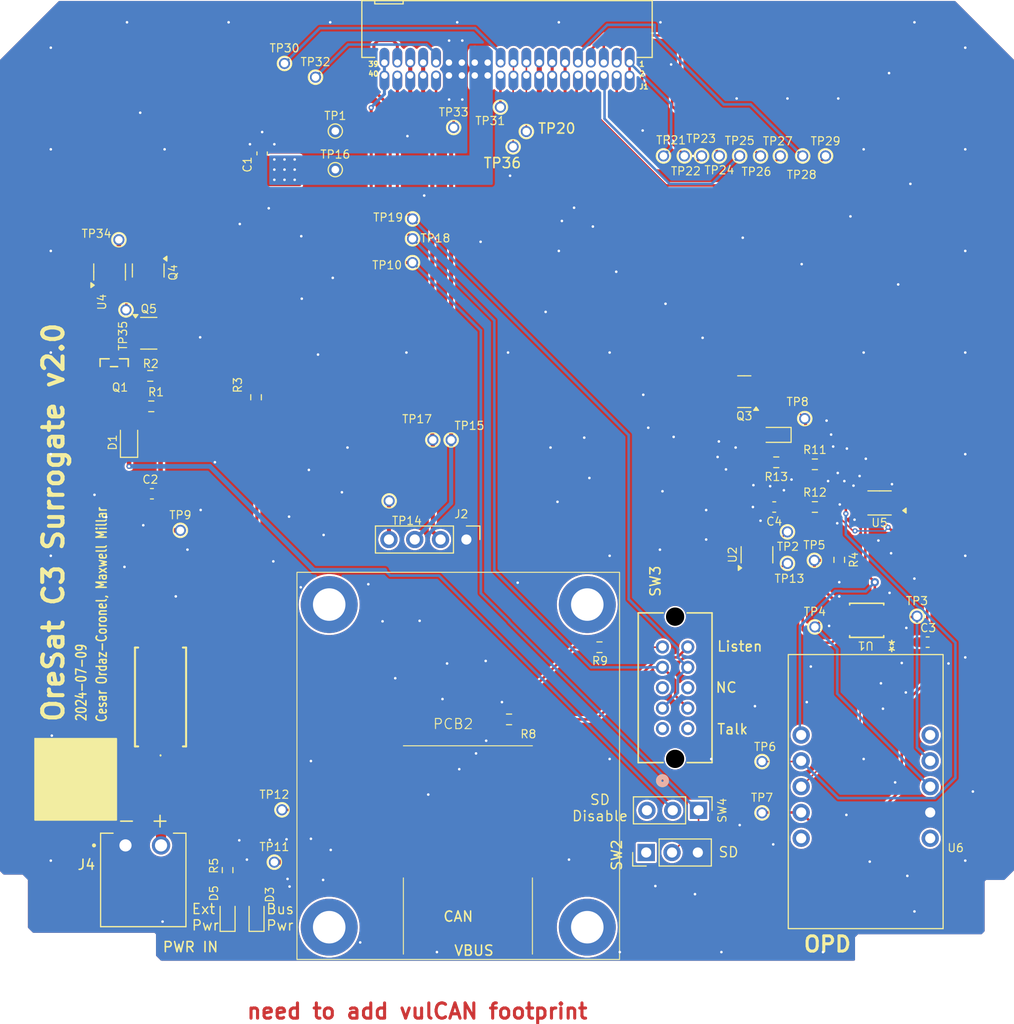
<source format=kicad_pcb>
(kicad_pcb (version 20240108) (generator "pcbnew") (generator_version "8.0")
  (title_block (title "Oresat C3 Surrogate") (date "2024-07-09") (rev "2.0"))
  (layers (0 "F.Cu" signal) (31 "B.Cu" signal) (34 "B.Paste" user) (35 "F.Paste" user) (36 "B.SilkS" user "B.Silkscreen") (37 "F.SilkS" user "F.Silkscreen") (38 "B.Mask" user) (39 "F.Mask" user) (44 "Edge.Cuts" user))
  (net 0 "")
  (net 1 "VBUS")
  (net 2 "GND")
  (net 3 "~{SD}")
  (net 4 "Net-(Q5-S)")
  (net 5 "Net-(U1-IN)")
  (net 6 "Net-(Q3-D)")
  (net 7 "/SPARE5")
  (net 8 "/SPARE4")
  (net 9 "/SPARE3")
  (net 10 "/SPARE1")
  (net 11 "/CAN2_H")
  (net 12 "/CAN2_L")
  (net 13 "/SPARE32")
  (net 14 "/SPARE31")
  (net 15 "/SPARE22")
  (net 16 "/SPARE21")
  (net 17 "/SPARE10")
  (net 18 "/SPARE9")
  (net 19 "/SPARE8")
  (net 20 "/SPARE7")
  (net 21 "/SPARE6")
  (net 22 "/CANable_5V")
  (net 23 "C3-UART-TX")
  (net 24 "Net-(D1-A)")
  (net 25 "Net-(D1-K)")
  (net 26 "/OPD_ISET")
  (net 27 "/OPD_~{FAULT}")
  (net 28 "/OPD_~{ENABLE}")
  (net 29 "C3-UART-RX")
  (net 30 "OPD_PWR")
  (net 31 "OPD_SDA")
  (net 32 "OPD_SCL")
  (net 33 "CAN1_H")
  (net 34 "CAN1_L")
  (net 35 "Net-(D3-A)")
  (net 36 "Net-(D5-A)")
  (net 37 "Net-(D13-A)")
  (net 38 "Net-(PCB2-3V3)")
  (net 40 "Net-(PCB2-TXD)")
  (net 43 "Net-(PCB2-RTS#)")
  (net 44 "Net-(PCB2-RXD)")
  (net 45 "Net-(PCB2-CTS#)")
  (net 46 "Net-(Q1-D)")
  (net 47 "Net-(Q3-G)")
  (net 48 "Net-(Q4-D)")
  (net 49 "Net-(Q4-G)")
  (net 50 "Net-(R8-Pad2)")
  (net 51 "Net-(R9-Pad2)")
  (net 52 "Net-(U5-COM1)")
  (net 53 "Net-(U5-COM2)")
  (net 58 "Net-(U2-STAT)")
  (net 59 "Net-(U2-CTL)")
  (net 60 "Net-(U4-STAT)")
  (net 61 "Net-(U4-CTL)")
  (net 67 "Net-(J4-Pin_2)")
  (footprint "oresat-misc:TestPoint-0.75mm-th" (layer "F.Cu") (at 177.5 110.75)
    (property "Reference" "TP13")
    (property "Value" "Test-Point" (hide yes))
  )
  (footprint "Package_TO_SOT_SMD:TSOT-23-6" (layer "F.Cu") (at 110.7857 82.0714 90)
    (property "Reference" "U4")
    (property "Value" "LTC4412xS6")
  )
  (footprint "Resistor_SMD:R_0603_1608Metric_Pad0.98x0.95mm_HandSolder" (layer "F.Cu") (at 180.2 101)
    (property "Reference" "R11")
    (property "Value" "4.7k")
  )
  (footprint "oresat-misc:TestPoint-0.75mm-th" (layer "F.Cu") (at 176.8 70.65)
    (property "Reference" "TP27")
    (property "Value" "Test-Point" (hide yes))
  )
  (footprint "oresat-misc:TestPoint-0.75mm-th" (layer "F.Cu") (at 117.75 107.495)
    (property "Reference" "TP9")
    (property "Value" "Test-Point" (hide yes))
  )
  (footprint "oresat-misc:TestPoint-0.75mm-th" (layer "F.Cu") (at 179.2 96.5)
    (property "Reference" "TP8")
    (property "Value" "Test-Point" (hide yes))
  )
  (footprint "oresat-misc:TestPoint-0.75mm-th" (layer "F.Cu") (at 142.6 98.6)
    (property "Reference" "TP17")
    (property "Value" "Test-Point" (hide yes))
  )
  (footprint "oresat-misc:TestPoint-0.75mm-th" (layer "F.Cu") (at 127.75 135)
    (property "Reference" "TP12")
    (property "Value" "Test-Point" (hide yes))
  )
  (footprint "Package_TO_SOT_SMD:SOT-23-6" (layer "F.Cu") (at 114.6375 88.1)
    (property "Reference" "Q5")
    (property "Value" "DMP3050LVT-7")
  )
  (footprint "oresat-misc:TestPoint-0.75mm-th" (layer "F.Cu") (at 180.15 110.45)
    (property "Reference" "TP5")
    (property "Value" "Test-Point" (hide yes))
  )
  (footprint "LED_SMD:LED_0603_1608Metric_Pad1.05x0.95mm_HandSolder" (layer "F.Cu") (at 176.2 98.1 180)
    (property "Reference" "D13" (hide yes))
    (property "Value" "Green")
  )
  (footprint "Package_TO_SOT_SMD:TSOT-23-6" (layer "F.Cu") (at 174.5 109.9 90)
    (property "Reference" "U2")
    (property "Value" "LTC4412xS6")
  )
  (footprint "LED_SMD:LED_0603_1608Metric_Pad1.05x0.95mm_HandSolder" (layer "F.Cu") (at 125.25 145.3 90)
    (property "Reference" "D3")
    (property "Value" "Green")
  )
  (footprint "oresat-misc:TestPoint-0.75mm-th" (layer "F.Cu") (at 175 130.25)
    (property "Reference" "TP6")
    (property "Value" "Test-Point" (hide yes))
  )
  (footprint "oresat-misc:TestPoint-0.75mm-th" (layer "F.Cu") (at 150.5 69.75)
    (property "Reference" "TP36")
    (property "Value" "Test-Point" (hide yes))
  )
  (footprint "oresat-misc:TestPoint-0.75mm-th" (layer "F.Cu") (at 112.4 85.8 -90)
    (property "Reference" "TP35")
    (property "Value" "Test-Point" (hide yes))
  )
  (footprint "oresat-misc:TestPoint-0.75mm-th" (layer "F.Cu") (at 138.3 104.6)
    (property "Reference" "TP14")
    (property "Value" "Test-Point" (hide yes))
  )
  (footprint "oresat-misc:TestPoint-0.75mm-th" (layer "F.Cu") (at 151.8 68.25)
    (property "Reference" "TP20")
    (property "Value" "Test-Point" (hide yes))
  )
  (footprint "oresat-connectors:PHOENIX_1995499" (layer "F.Cu") (at 109.9 146.5)
    (property "Reference" "J4")
    (property "Value" "PHOENIX_1995499")
  )
  (footprint "oresat-mcu:Adafruit-Trinket" (layer "F.Cu") (at 185.2 132.72 180)
    (property "Reference" "U6")
    (property "Value" "Trinket-M0")
  )
  (footprint "Connector_PinHeader_2.54mm:PinHeader_1x03_P2.54mm_Vertical" (layer "F.Cu") (at 168.75 135.05 -90)
    (property "Reference" "SW4")
    (property "Value" "EG1218")
  )
  (footprint "Package_TO_SOT_SMD:SOT-23" (layer "F.Cu") (at 114.5857 81.9214 -90)
    (property "Reference" "Q4")
    (property "Value" "NTR4101P")
  )
  (footprint "oresat-ics:SOT23" (layer "F.Cu") (at 111.2375 91)
    (property "Reference" "Q1")
    (property "Value" "PMV45EN")
  )
  (footprint "Resistor_SMD:R_0603_1608Metric_Pad0.98x0.95mm_HandSolder" (layer "F.Cu") (at 180.2 105.2)
    (property "Reference" "R12")
    (property "Value" "4.7k")
  )
  (footprint "oresat-connectors:J-SAMTEC-TFM-120-X1-XXX-D-RA" (layer "F.Cu") (at 149.9 62.1)
    (property "Reference" "J1")
    (property "Value" "J-SAMTEC-TFM-120-X1-XXX-D-RA")
  )
  (footprint "oresat-misc:TestPoint-0.75mm-th" (layer "F.Cu") (at 174.85 70.65)
    (property "Reference" "TP26")
    (property "Value" "Test-Point" (hide yes))
  )
  (footprint "Resistor_SMD:R_0603_1608Metric_Pad0.98x0.95mm_HandSolder" (layer "F.Cu") (at 159 119)
    (property "Reference" "R9")
    (property "Value" "100")
  )
  (footprint "oresat-misc:TestPoint-0.75mm-th" (layer "F.Cu") (at 128 61.55)
    (property "Reference" "TP30")
    (property "Value" "Test-Point" (hide yes))
  )
  (footprint "LED_SMD:LED_0603_1608Metric_Pad1.05x0.95mm_HandSolder" (layer "F.Cu") (at 122.4 145.3 90)
    (property "Reference" "D5")
    (property "Value" "Green")
  )
  (footprint "oresat-misc:TestPoint-0.75mm-th" (layer "F.Cu") (at 169.05 70.65)
    (property "Reference" "TP23")
    (property "Value" "Test-Point" (hide yes))
  )
  (footprint "oresat-misc:TestPoint-0.75mm-th" (layer "F.Cu") (at 181.25 70.65)
    (property "Reference" "TP29")
    (property "Value" "Test-Point" (hide yes))
  )
  (footprint "Package_SO:VSSOP-8_2.3x2mm_P0.5mm" (layer "F.Cu") (at 186.565 104.8 180)
    (property "Reference" "U5")
    (property "Value" "TS5A21366")
  )
  (footprint "oresat-misc:TestPoint-0.75mm-th" (layer "F.Cu") (at 140.6 76.85)
    (property "Reference" "TP19")
    (property "Value" "Test-Point" (hide yes))
  )
  (footprint "Resistor_SMD:R_0603_1608Metric_Pad0.98x0.95mm_HandSolder" (layer "F.Cu") (at 176.4 100.8 180)
    (property "Reference" "R13")
    (property "Value" "10k")
  )
  (footprint "Capacitor_SMD:C_0603_1608Metric_Pad1.08x0.95mm_HandSolder" (layer "F.Cu") (at 176.2 105.2 180)
    (property "Reference" "C4")
    (property "Value" "1uF")
  )
  (footprint "Package_TO_SOT_SMD:SOT-23" (layer "F.Cu") (at 173.25 93.85 180)
    (property "Reference" "Q3")
    (property "Value" "NTR4101P")
  )
  (footprint "oresat-misc:TestPoint-0.75mm-th" (layer "F.Cu") (at 133 68.2)
    (property "Reference" "TP1")
    (property "Value" "Test-Point" (hide yes))
  )
  (footprint "oresat-misc:TestPoint-0.75mm-th" (layer "F.Cu") (at 180.2 117)
    (property "Reference" "TP4")
    (property "Value" "Test-Point" (hide yes))
  )
  (footprint "oresat-misc:TestPoint-0.75mm-th" (layer "F.Cu") (at 144.65 67.85)
    (property "Reference" "TP33")
    (property "Value" "Test-Point" (hide yes))
  )
  (footprint "Resistor_SMD:R_0603_1608Metric_Pad0.98x0.95mm_HandSolder" (layer "F.Cu") (at 182.6 110.4 -90)
    (property "Reference" "R4")
    (property "Value" "23.7k")
  )
  (footprint "oresat-misc:TestPoint-0.75mm-th" (layer "F.Cu") (at 144.4 98.6)
    (property "Reference" "TP15")
    (property "Value" "Test-Point" (hide yes))
  )
  (footprint "oresat-misc:TestPoint-0.75mm-th" (layer "F.Cu") (at 140.6 81.15)
    (property "Reference" "TP10")
    (property "Value" "Test-Point" (hide yes))
  )
  (footprint "oresat-passives:MAX892" (layer "F.Cu") (at 185.3 116.35 180)
    (property "Reference" "U1")
    (property "Value" "MAX892LEUA+T")
  )
  (footprint "oresat-misc:TestPoint-0.75mm-th" (layer "F.Cu") (at 133 72)
    (property "Reference" "TP16")
    (property "Value" "Test-Point" (hide yes))
  )
  (footprint "oresat-misc:TestPoint-0.75mm-th" (layer "F.Cu") (at 175 135.3)
    (property "Reference" "TP7")
    (property "Value" "Test-Point" (hide yes))
  )
  (footprint "oresat-passives:Littelfuse 155900DR" (layer "F.Cu") (at 115.8 123.895 90)
    (property "Reference" "F2" (hide yes))
    (property "Value" "0155900DR" (hide yes))
  )
  (footprint "Capacitor_SMD:C_0603_1608Metric_Pad1.08x0.95mm_HandSolder" (layer "F.Cu") (at 125.8 70.4 90)
    (property "Reference" "C1")
    (property "Value" "10uF")
  )
  (footprint "Resistor_SMD:R_0603_1608Metric_Pad0.98x0.95mm_HandSolder" (layer "F.Cu") (at 122.4 140.93125 -90)
    (property "Reference" "R5")
    (property "Value" "10k")
  )
  (footprint "Diode_SMD:D_SOD-323F" (layer "F.Cu") (at 112.7 98.7 90)
    (property "Reference" "D1")
    (property "Value" "1N4151WS")
  )
  (footprint "oresat-misc:TestPoint-0.75mm-th" (layer "F.Cu") (at 179 70.65)
    (property "Reference" "TP28")
    (property "Value" "Test-Point" (hide yes))
  )
  (footprint "oresat-misc:TestPoint-0.75mm-th" (layer "F.Cu") (at 170.8 70.65)
    (property "Reference" "TP24")
    (property "Value" "Test-Point" (hide yes))
  )
  (footprint "Resistor_SMD:R_0603_1608Metric_Pad0.98x0.95mm_HandSolder" (layer "F.Cu") (at 114.7875 92.295 180)
    (property "Reference" "R2")
    (property "Value" "10k")
  )
  (footprint "oresat-misc:TestPoint-0.75mm-th" (layer "F.Cu") (at 140.6 78.8)
    (property "Reference" "TP18")
    (property "Value" "Test-Point" (hide yes))
  )
  (footprint "Connector_PinHeader_2.54mm:PinHeader_1x03_P2.54mm_Vertical" (layer "F.Cu") (at 163.6 139.2 90)
    (property "Reference" "SW2")
    (property "Value" "EG1218")
  )
  (footprint "Resistor_SMD:R_0603_1608Metric_Pad0.98x0.95mm_HandSolder" (layer "F.Cu") (at 125.2 94.4 -90)
    (property "Reference" "R3")
    (property "Value" "10k")
  )
  (footprint "oresat-misc:TestPoint-0.75mm-th" (layer "F.Cu") (at 172.8 70.65)
    (property "Reference" "TP25")
    (property "Value" "Test-Point" (hide yes))
  )
  (footprint "oresat-misc:TestPoint-0.75mm-th" (layer "F.Cu") (at 131.05 62.9)
    (property "Reference" "TP32")
    (property "Value" "Test-Point" (hide yes))
  )
  (footprint "oresat-passives:DP3T_OS203011MV9QS1_CNK" (layer "F.Cu") (at 165.2 127 90)
    (property "Reference" "SW3")
    (property "Value" "OS203011MV9QS1")
  )
  (footprint "Resistor_SMD:R_0603_1608Metric_Pad0.98x0.95mm_HandSolder" (layer "F.Cu") (at 150.1 126.1)
    (property "Reference" "R8")
    (property "Value" "100")
  )
  (footprint "Connector_PinHeader_2.54mm:PinHeader_1x04_P2.54mm_Vertical" (layer "F.Cu") (at 145.9 108.4 -90)
    (property "Reference" "J2")
    (property "Value" "Conn_01x04")
  )
  (footprint "oresat-misc:TestPoint-0.75mm-th" (layer "F.Cu") (at 127 140.15)
    (property "Reference" "TP11")
    (property "Value" "Test-Point" (hide yes))
  )
  (footprint "Capacitor_SMD:C_0603_1608Metric_Pad1.08x0.95mm_HandSolder" (layer "F.Cu") (at 114.95 103.895 180)
    (property "Reference" "C2")
    (property "Value" "10uF")
  )
  (footprint "Resistor_SMD:R_0603_1608Metric_Pad0.98x0.95mm_HandSolder" (layer "F.Cu") (at 114.8875 95.295 180)
    (property "Reference" "R1")
    (property "Value" "10k")
  )
  (footprint "oresat-pcbs:vulCAN" (layer "F.Cu") (at 132.4 114.8)
    (property "Reference" "vCAN" (hide yes))
    (property "Value" "vulCAN")
  )
  (footprint "oresat-misc:TestPoint-0.75mm-th" (layer "F.Cu") (at 167.35 70.65)
    (property "Reference" "TP22")
    (property "Value" "Test-Point" (hide yes))
  )
  (footprint "oresat-misc:TestPoint-0.75mm-th" (layer "F.Cu") (at 165.3 70.65)
    (property "Reference" "TP21")
    (property "Value" "Test-Point" (hide yes))
  )
  (footprint "oresat-misc:TestPoint-0.75mm-th" (layer "F.Cu") (at 111.7 78.9)
    (property "Reference" "TP34")
    (property "Value" "Test-Point" (hide yes))
  )
  (footprint "oresat-misc:UMFT234XF" (layer "F.Cu") (at 152.4 149.7 180)
    (property "Reference" "PCB2")
    (property "Value" "UMFT234XF")
  )
  (footprint "oresat-misc:TestPoint-0.75mm-th" (layer "F.Cu") (at 190.25 115.95)
    (property "Reference" "TP3")
    (property "Value" "Test-Point" (hide yes))
  )
  (footprint "Capacitor_SMD:C_0603_1608Metric_Pad1.08x0.95mm_HandSolder" (layer "F.Cu") (at 191.3 118.5)
    (property "Reference" "C3")
    (property "Value" "1uF")
  )
  (footprint "oresat-misc:TestPoint-0.75mm-th" (layer "F.Cu") (at 149.25 65.85)
    (property "Reference" "TP31")
    (property "Value" "Test-Point" (hide yes))
  )
  (footprint "oresat-misc:TestPoint-0.75mm-th" (layer "F.Cu") (at 177.5 107.65)
    (property "Reference" "TP2")
    (property "Value" "Test-Point" (hide yes))
  )
  (gr_rect (start 103.45 128) (end 111.45 136) (stroke (width 0.15)) (fill solid) (layer "F.SilkS"))
  (gr_text "need to add vulCAN footprint\n" (at 124.15 155.7 0) (layer "F.Cu") (effects (font (size 1.5 1.5) (thickness 0.3) (bold yes)) (justify left bottom)))
  (gr_text "Listen" (at 170.5 119.5 0) (layer "F.SilkS") (effects (font (size 1 1)) (justify left bottom)))
  (gr_text "-" (at 112.45 136 0) (layer "F.SilkS") (effects (font (size 1.5 1.5))))
  (gr_text "${ISSUE_DATE}" (at 108 126.35 90) (layer "F.SilkS") (effects (font (size 1 0.75)) (justify left)))
  (gr_text "Bus\nPwr" (at 126.135 146.96 0) (layer "F.SilkS") (effects (font (size 1 1) (thickness 0.127)) (justify left bottom)))
  (gr_text "SD" (at 171.7 139.75 0) (layer "F.SilkS") (effects (font (size 1 1) (thickness 0.127)) (justify bottom)))
  (gr_text "Ext\nPwr" (at 118.8 146.95 0) (layer "F.SilkS") (effects (font (size 1 1) (thickness 0.127)) (justify left bottom)))
  (gr_text "+" (at 115.75 136 0) (layer "F.SilkS") (effects (font (size 1.5 1.5))))
  (gr_text "VBUS" (at 146.65 148.85 0) (layer "F.SilkS") (effects (font (size 1 1))))
  (gr_text "Talk" (at 170.5 127.65 0) (layer "F.SilkS") (effects (font (size 1 1)) (justify left bottom)))
  (gr_text "Cesar Ordaz-Coronel, Maxwell Millar" (at 110 126.45 90) (layer "F.SilkS") (effects (font (size 1 0.75)) (justify left)))
  (gr_text "OPD" (at 178.95 149.1 0) (layer "F.SilkS") (effects (font (size 1.5 1.5) (thickness 0.3) (bold yes)) (justify left bottom)))
  (gr_text "SD\nDisable" (at 159.05 136.2 0) (layer "F.SilkS") (effects (font (size 1 1) (thickness 0.127)) (justify bottom)))
  (gr_text "PWR IN" (at 118.75 148.5 0) (layer "F.SilkS") (effects (font (size 1 1))))
  (gr_text "NC" (at 170.35 123.55 0) (layer "F.SilkS") (effects (font (size 1 1)) (justify left bottom)))
  (gr_text "OreSat C3 Surrogate v${REVISION}" (at 105.25 126.55 90) (layer "F.SilkS") (effects (font (size 2 2) (thickness 0.4)) (justify left)))
  (gr_text "CAN" (at 145.1 145.5 0) (layer "F.SilkS") (effects (font (size 1 1))))
  (segment (start 113.6357 78.1357) (end 113.6357 72.7357) (width 0.45) (layer "F.Cu") (net 1))
  (segment (start 109.8357 78.3643) (end 110.5 77.7) (width 0.45) (layer "F.Cu") (net 1))
  (segment (start 109.8357 80.9339) (end 109.8357 78.3643) (width 0.45) (layer "F.Cu") (net 1))
  (segment (start 110.5 77.7) (end 113.2 77.7) (width 0.45) (layer "F.Cu") (net 1))
  (segment (start 125.2 93.4875) (end 125.2 75.9) (width 0.45) (layer "F.Cu") (net 1))
  (segment (start 113.6357 79.3214) (end 113.6357 80.9839) (width 0.5) (layer "F.Cu") (net 1))
  (segment (start 125.2 75.9) (end 125.2 72.9) (width 0.45) (layer "F.Cu") (net 1))
  (segment (start 113.2 77.7) (end 113.6357 78.1357) (width 0.45) (layer "F.Cu") (net 1))
  (segment (start 113.6357 78.1357) (end 113.6357 79.3214) (width 0.45) (layer "F.Cu") (net 1))
  (via (at 127 72) (size 0.508) (drill 0.254) (layers "F.Cu" "B.Cu") (net 1))
  (via (at 129 73) (size 0.508) (drill 0.254) (layers "F.Cu" "B.Cu") (net 1))
  (via (at 129 72) (size 0.508) (drill 0.254) (layers "F.Cu" "B.Cu") (net 1))
  (via (at 128 73) (size 0.508) (drill 0.254) (layers "F.Cu" "B.Cu") (net 1))
  (via (at 127 71) (size 0.508) (drill 0.254) (layers "F.Cu" "B.Cu") (net 1))
  (via (at 127 73) (size 0.508) (drill 0.254) (layers "F.Cu" "B.Cu") (net 1))
  (via (at 128 72) (size 0.508) (drill 0.254) (layers "F.Cu" "B.Cu") (net 1))
  (via (at 129 71) (size 0.508) (drill 0.254) (layers "F.Cu" "B.Cu") (net 1))
  (via (at 128 71) (size 0.508) (drill 0.254) (layers "F.Cu" "B.Cu") (net 1))
  (segment (start 112.35 138.5) (end 112.3875 138.4625) (width 0.25) (layer "F.Cu") (net 2))
  (via (at 163.25 68.15) (size 0.508) (drill 0.254) (layers "F.Cu" "B.Cu") (net 2))
  (via (at 170 130) (size 0.508) (drill 0.254) (layers "F.Cu" "B.Cu") (net 2))
  (via (at 195 60) (size 0.508) (drill 0.254) (layers "F.Cu" "B.Cu") (net 2))
  (via (at 174.3 124.8) (size 0.508) (drill 0.254) (layers "F.Cu" "B.Cu") (net 2))
  (via (at 154.867735 104.689218) (size 0.508) (drill 0.254) (layers "F.Cu" "B.Cu") (net 2))
  (via (at 195 120) (size 0.508) (drill 0.254) (layers "F.Cu" "B.Cu") (net 2))
  (via (at 183.7 76.6) (size 0.508) (drill 0.254) (layers "F.Cu" "B.Cu") (net 2))
  (via (at 193.35 120.6) (size 0.508) (drill 0.254) (layers "F.Cu" "B.Cu") (net 2))
  (via (at 155.3 77.05) (size 0.508) (drill 0.254) (layers "F.Cu" "B.Cu") (net 2))
  (via (at 114.1 106.995) (size 0.508) (drill 0.254) (layers "F.Cu" "B.Cu") (net 2))
  (via (at 165 57.5) (size 0.508) (drill 0.254) (layers "F.Cu" "B.Cu") (net 2))
  (via (at 129.65 78.55) (size 0.508) (drill 0.254) (layers "F.Cu" "B.Cu") (net 2))
  (via (at 187.5 62.5) (size 0.508) (drill 0.254) (layers "F.Cu" "B.Cu") (net 2))
  (via (at 143 149) (size 0.508) (drill 0.254) (layers "F.Cu" "B.Cu") (net 2))
  (via (at 123.55 138) (size 0.508) (drill 0.254) (layers "F.Cu" "B.Cu") (net 2))
  (via (at 173.1 78.7) (size 0.508) (drill 0.254) (layers "F.Cu" "B.Cu") (net 2))
  (via (at 195 70) (size 0.508) (drill 0.254) (layers "F.Cu" "B.Cu") (net 2))
  (via (at 181.796916 98.071219) (size 0.508) (drill 0.254) (layers "F.Cu" "B.Cu") (net 2))
  (via (at 145.2 131) (size 0.508) (drill 0.254) (layers "F.Cu" "B.Cu") (net 2))
  (via (at 121.15 100.795) (size 0.508) (drill 0.254) (layers "F.Cu" "B.Cu") (net 2))
  (via (at 172.8 136.5) (size 0.508) (drill 0.254) (layers "F.Cu" "B.Cu") (net 2))
  (via (at 141.75 74.55) (size 0.508) (drill 0.254) (layers "F.Cu" "B.Cu") (net 2))
  (via (at 177.15 103.55) (size 0.508) (drill 0.254) (layers "F.Cu" "B.Cu") (net 2))
  (via (at 186.9 125.05) (size 0.508) (drill 0.254) (layers "F.Cu" "B.Cu") (net 2))
  (via (at 189.2 117.1) (size 0.508) (drill 0.254) (layers "F.Cu" "B.Cu") (net 2))
  (via (at 132.55 138.95) (size 0.508) (drill 0.254) (layers "F.Cu" "B.Cu") (net 2))
  (via (at 169.5 105.5) (size 0.508) (drill 0.254) (layers "F.Cu" "B.Cu") (net 2))
  (via (at 128.5 142.55) (size 0.508) (drill 0.254) (layers "F.Cu" "B.Cu") (net 2))
  (via (at 156.5 75.75) (size 0.508) (drill 0.254) (layers "F.Cu" "B.Cu") (net 2))
  (via (at 141.3 116.4) (size 0.508) (drill 0.254) (layers "F.Cu" "B.Cu") (net 2))
  (via (at 189.993733 112.247511) (size 0.508) (drill 0.254) (layers "F.Cu" "B.Cu") (net 2))
  (via (at 172.4 99.35) (size 0.508) (drill 0.254) (layers "F.Cu" "B.Cu") (net 2))
  (via (at 116 146) (size 0.508) (drill 0.254) (layers "F.Cu" "B.Cu") (net 2))
  (via (at 187.7 109.75) (size 0.508) (drill 0.254) (layers "F.Cu" "B.Cu") (net 2))
  (via (at 142.15 133.5) (size 0.508) (drill 0.254) (layers "F.Cu" "B.Cu") (net 2))
  (via (at 118.45 109.395) (size 0.508) (drill 0.254) (layers "F.Cu" "B.Cu") (net 2))
  (via (at 119.75 105.495) (size 0.508) (drill 0.254) (layers "F.Cu" "B.Cu") (net 2))
  (via (at 161 149) (size 0.508) (drill 0.254) (layers "F.Cu" "B.Cu") (net 2))
  (via (at 157.501438 98.375547) (size 0.508) (drill 0.254) (layers "F.Cu" "B.Cu") (net 2))
  (via (at 174.85 106.55) (size 0.508) (drill 0.254) (layers "F.Cu" "B.Cu") (net 2))
  (via (at 165.5 85.2) (size 0.508) (drill 0.254) (layers "F.Cu" "B.Cu") (net 2))
  (via (at 184 103.1) (size 0.508) (drill 0.254) (layers "F.Cu" "B.Cu") (net 2))
  (via (at 169.15 88.55) (size 0.508) (drill 0.254) (layers "F.Cu" "B.Cu") (net 2))
  (via (at 182.6 112.6) (size 0.508) (drill 0.254) (layers "F.Cu" "B.Cu") (net 2))
  (via (at 155 57.5) (size 0.508) (drill 0.254) (layers "F.Cu" "B.Cu") (net 2))
  (via (at 105 140) (size 0.508) (drill 0.254) (layers "F.Cu" "B.Cu") (net 2))
  (via (at 189.3 141.5) (size 0.508) (drill 0.254) (layers "F.Cu" "B.Cu") (net 2))
  (via (at 131.85 107.95) (size 0.508) (drill 0.254) (layers "F.Cu" "B.Cu") (net 2))
  (via (at 105 80) (size 0.508) (drill 0.254) (layers "F.Cu" "B.Cu") (net 2))
  (via (at 181 149) (size 0.508) (drill 0.254) (layers "F.Cu" "B.Cu") (net 2))
  (via (at 129.7 84.7) (size 0.508) (drill 0.254) (layers "F.Cu" "B.Cu") (net 2))
  (via (at 147.85 128.2) (size 0.508) (drill 0.254) (layers "F.Cu" "B.Cu") (net 2))
  (via (at 135.45 148.05) (size 0.508) (drill 0.254) (layers "F.Cu" "B.Cu") (net 2))
  (via (at 195 100) (size 0.508) (drill 0.254) (layers "F.Cu" "B.Cu") (net 2))
  (via (at 190 57.5) (size 0.508) (drill 0.254) (layers "F.Cu" "B.Cu") (net 2))
  (via (at 128.45 106.15) (size 0.508) (drill 0.254) (layers "F.Cu" "B.Cu") (net 2))
  (via (at 144 120.6) (size 0.508) (drill 0.254) (layers "F.Cu" "B.Cu") (net 2))
  (via (at 113.8 66.4) (size 0.508) (drill 0.254) (layers "F.Cu" "B.Cu") (net 2))
  (via (at 188.4 83.3) (size 0.508) (drill 0.254) (layers "F.Cu" "B.Cu") (net 2))
  (via (at 171.45 101.5) (size 0.508) (drill 0.254) (layers "F.Cu" "B.Cu") (net 2))
  (via (at 188.1 132.3) (size 0.508) (drill 0.254) (layers "F.Cu" "B.Cu") (net 2))
  (via (at 150.95 112.65) (size 0.508) (drill 0.254) (layers "F.Cu" "B.Cu") (net 2))
  (via (at 163.8 97.4) (size 0.508) (drill 0.254) (layers "F.Cu" "B.Cu") (net 2))
  (via (at 147.8 120.35) (size 0.508) (drill 0.254) (layers "F.Cu" "B.Cu") (net 2))
  (via (at 160 90) (size 0.508) (drill 0.254) (layers "F.Cu" "B.Cu") (net 2))
  (via (at 189.6 73.4) (size 0.508) (drill 0.254) (layers "F.Cu" "B.Cu") (net 2))
  (via (at 179.4 124.4) (size 0.508) (drill 0.254) (layers "F.Cu" "B.Cu") (net 2))
  (via (at 158.35 77.6) (size 0.508) (drill 0.254) (layers "F.Cu" "B.Cu") (net 2))
  (via (at 126.45 75.8) (size 0.508) (drill 0.254) (layers "F.Cu" "B.Cu") (net 2))
  (via (at 174.1 105.2) (size 0.508) (drill 0.254) (layers "F.Cu" "B.Cu") (net 2))
  (via (at 182.45 101.85) (size 0.508) (drill 0.254) (layers "F.Cu" "B.Cu") (net 2))
  (via (at 174.15 103.05) (size 0.508) (drill 0.254) (layers "F.Cu" "B.Cu") (net 2))
  (via (at 130.6 130.2) (size 0.508) (drill 0.254) (layers "F.Cu" "B.Cu") (net 2))
  (via (at 150 90) (size 0.508) (drill 0.254) (layers "F.Cu" "B.Cu") (net 2))
  (via (at 112.5 57.5) (size 0.508) (drill 0.254) (layers "F.Cu" "B.Cu") (net 2))
  (via (at 160 130) (size 0.508) (drill 0.254) (layers "F.Cu" "B.Cu") (net 2))
  (via (at 182 99.25) (size 0.508) (drill 0.254) (layers "F.Cu" "B.Cu") (net 2))
  (via (at 155 80) (size 0.508) (drill 0.254) (layers "F.Cu" "B.Cu") (net 2))
  (via (at 175.8 103.15) (size 0.508) (drill 0.254) (layers "F.Cu" "B.Cu") (net 2))
  (via (at 195 80) (size 0.508) (drill 0.254) (layers "F.Cu" "B.Cu") (net 2))
  (via (at 144.2 59.3) (size 0.508) (drill 0.254) (layers "F.Cu" "B.Cu") (net 2))
  (via (at 109.3 104) (size 0.508) (drill 0.254) (layers "F.Cu" "B.Cu") (net 2))
  (via (at 186.45 108.5) (size 0.508) (drill 0.254) (layers "F.Cu" "B.Cu") (net 2))
  (via (at 124.6 69.5) (size 0.508) (drill 0.254) (layers "F.Cu" "B.Cu") (net 2))
  (via (at 190 145) (size 0.508) (drill 0.254) (layers "F.Cu" "B.Cu") (net 2))
  (via (at 195.75 133.2) (size 0.508) (drill 0.254) (layers "F.Cu" "B.Cu") (net 2))
  (via (at 195 90) (size 0.508) (drill 0.254) (layers "F.Cu" "B.Cu") (net 2))
  (via (at 146.85 129.45) (size 0.508) (drill 0.254) (layers "F.Cu" "B.Cu") (net 2))
  (via (at 187.55 113.65) (size 0.508) (drill 0.254) (layers "F.Cu" "B.Cu") (net 2))
  (via (at 160.65 82.05) (size 0.508) (drill 0.254) (layers "F.Cu" "B.Cu") (net 2))
  (via (at 136.25 112.8) (size 0.508) (drill 0.254) (layers "F.Cu" "B.Cu") (net 2))
  (via (at 188.75 120.55) (size 0.508) (drill 0.254) (layers "F.Cu" "B.Cu") (net 2))
  (via (at 195 110) (size 0.508) (drill 0.254) (layers "F.Cu" "B.Cu") (net 2))
  (via (at 172.5 65) (size 0.508) (drill 0.254) (layers "F.Cu" "B.Cu") (net 2))
  (via (at 168.4 143.3) (size 0.508) (drill 0.254) (layers "F.Cu" "B.Cu") (net 2))
  (via (at 185.6 140.1) (size 0.508) (drill 0.254) (layers "F.Cu" "B.Cu") (net 2))
  (via (at 160 110) (size 0.508) (drill 0.254) (layers "F.Cu" "B.Cu") (net 2))
  (via (at 183.1 102.65) (size 0.508) (drill 0.254) (layers "F.Cu" "B.Cu") (net 2))
  (via (at 133.65 103.75) (size 0.508) (drill 0.254) (layers "F.Cu" "B.Cu") (net 2))
  (via (at 164.5 142.5) (size 0.508) (drill 0.254) (layers "F.Cu" "B.Cu") (net 2))
  (via (at 117.3 113.995) (size 0.508) (drill 0.254) (layers "F.Cu" "B.Cu") (net 2))
  (via (at 183.35 99.45) (size 0.508) (drill 0.254) (layers "F.Cu" "B.Cu") (net 2))
  (via (at 128.3 141.8) (size 0.508) (drill 0.254) (layers "F.Cu" "B.Cu") (net 2))
  (via (at 185 90) (size 0.508) (drill 0.254) (layers "F.Cu" "B.Cu") (net 2))
  (via (at 140 90) (size 0.508) (drill 0.254) (layers "F.Cu" "B.Cu") (net 2))
  (via (at 144.2 65.1) (size 0.508) (drill 0.254) (layers "F.Cu" "B.Cu") (net 2))
  (via (at 130.6 137.85) (size 0.508) (drill 0.254) (layers "F.Cu" "B.Cu") (net 2))
  (via (at 130.4 101.55) (size 0.508) (drill 0.254) (layers "F.Cu" "B.Cu") (net 2))
  (via (at 182.5 65) (size 0.508) (drill 0.254) (layers "F.Cu" "B.Cu") (net 2))
  (via (at 158.006531 102.34414) (size 0.508) (drill 0.254) (layers "F.Cu" "B.Cu") (net 2))
  (via (at 156 139.9) (size 0.508) (drill 0.254) (layers "F.Cu" "B.Cu") (net 2))
  (via (at 134.2 99.35) (size 0.508) (drill 0.254) (layers "F.Cu" "B.Cu") (net 2))
  (via (at 143.55 124.1) (size 0.508) (drill 0.254) (layers "F.Cu" "B.Cu") (net 2))
  (via (at 185 70) (size 0.508) (drill 0.254) (layers "F.Cu" "B.Cu") (net 2))
  (via (at 126.9 110.55) (size 0.508) (drill 0.254) (layers "F.Cu" "B.Cu") (net 2))
  (via (at 186.7 122.55) (size 0.508) (drill 0.254) (layers "F.Cu" "B.Cu") (net 2))
  (via (at 112.25 111.095) (size 0.508) (drill 0.254) (layers "F.Cu" "B.Cu") (net 2))
  (via (at 105 110) (size 0.508) (drill 0.254) (layers "F.Cu" "B.Cu") (net 2))
  (via (at 164.95 109.4) (size 0.508) (drill 0.254) (layers "F.Cu" "B.Cu") (net 2))
  (via (at 166.05 61.65) (size 0.508) (drill 0.254) (layers "F.Cu" "B.Cu") (net 2))
  (via (at 126.55 137.95) (size 0.508) (drill 0.254) (layers "F.Cu" "B.Cu") (net 2))
  (via (at 122.5 57.5) (size 0.508) (drill 0.254) (layers "F.Cu" "B.Cu") (net 2))
  (via (at 131.3 90.2) (size 0.508) (drill 0.254) (layers "F.Cu" "B.Cu") (net 2))
  (via (at 140.1 68.7) (size 0.508) (drill 0.254) (layers "F.Cu" "B.Cu") (net 2))
  (via (at 132.5 57.5) (size 0.508) (drill 0.254) (layers "F.Cu" "B.Cu") (net 2))
  (via (at 181.35 96.7) (size 0.508) (drill 0.254) (layers "F.Cu" "B.Cu") (net 2))
  (via (at 163.310015 94.154407) (size 0.508) (drill 0.254) (layers "F.Cu" "B.Cu") (net 2))
  (via (at 150.2 72.6) (size 0.508) (drill 0.254) (layers "F.Cu" "B.Cu") (net 2))
  (via (at 124.3 139.9) (size 0.508) (drill 0.254) (layers "F.Cu" "B.Cu") (net 2))
  (via (at 181.6 116.9) (size 0.508) (drill 0.254) (layers "F.Cu" "B.Cu") (net 2))
  (via (at 137.65 116.45) (size 0.508) (drill 0.254) (layers "F.Cu" "B.Cu") (net 2))
  (via (at 185 130) (size 0.508) (drill 0.254) (layers "F.Cu" "B.Cu") (net 2))
  (via (at 105 90) (size 0.508) (drill 0.254) (layers "F.Cu" "B.Cu") (net 2))
  (via (at 182.6 114) (size 0.508) (drill 0.254) (layers "F.Cu" "B.Cu") (net 2))
  (via (at 105 60) (size 0.508) (drill 0.254) (layers "F.Cu" "B.Cu") (net 2))
  (via (at 181.5 102.65) (size 0.508) (drill 0.254) (layers "F.Cu" "B.Cu") (net 2))
  (via (at 145 57.5) (size 0.508) (drill 0.254) (layers "F.Cu" "B.Cu") (net 2))
  (via (at 177.5 65) (size 0.508) (drill 0.254) (layers "F.Cu" "B.Cu") (net 2))
  (via (at 189.15 123.45) (size 0.508) (drill 0.254) (layers "F.Cu" "B.Cu") (net 2))
  (via (at 125.8 68.3) (size 0.508) (drill 0.254) (layers "F.Cu" "B.Cu") (net 2))
  (via (at 105 70) (size 0.508) (drill 0.254) (layers "F.Cu" "B.Cu") (net 2))
  (via (at 116.2 70) (size 0.508) (drill 0.254) (layers "F.Cu" "B.Cu") (net 2))
  (via (at 166.3 98.3) (size 0.508) (drill 0.254) (layers "F.Cu" "B.Cu") (net 2))
  (via (at 179.8 120.9) (size 0.508) (drill 0.254) (layers "F.Cu" "B.Cu") (net 2))
  (via (at 145.5 65.1) (size 0.508) (drill 0.254) (layers "F.Cu" "B.Cu") (net 2))
  (via (at 138.9 122.05) (size 0.508) (drill 0.254) (layers "F.Cu" "B.Cu") (net 2))
  (via (at 128.2 137.9) (size 0.508) (drill 0.254) (layers "F.Cu" "B.Cu") (net 2))
  (via (at 132.75 82.65) (size 0.508) (drill 0.254) (layers "F.Cu" "B.Cu") (net 2))
  (via (at 187.785884 102.953791) (size 0.508) (drill 0.254) (layers "F.Cu" "B.Cu") (net 2))
  (via (at 149.4 124.4) (size 0.508) (drill 0.254) (layers "F.Cu" "B.Cu") (net 2))
  (via (at 105.1 127.7) (size 0.508) (drill 0.254) (layers "F.Cu" "B.Cu") (net 2))
  (via (at 195 140) (size 0.508) (drill 0.254) (layers "F.Cu" "B.Cu") (net 2))
  (via (at 154.18225 99.349656) (size 0.508) (drill 0.254) (layers "F.Cu" "B.Cu") (net 2))
  (via (at 185.212312 100.452375) (size 0.508) (drill 0.254) (layers "F.Cu" "B.Cu") (net 2))
  (via (at 176.1 138.4) (size 0.508) (drill 0.254) (layers "F.Cu" "B.Cu") (net 2))
  (via (at 184.1 106.45) (size 0.508) (drill 0.254) (layers "F.Cu" "B.Cu") (net 2))
  (via (at 170.75 98.75) (size 0.508) (drill 0.254) (layers "F.Cu" "B.Cu") (net 2))
  (via (at 147.3 79.1) (size 0.508) (drill 0.254) (layers "F.Cu" "B.Cu") (net 2))
  (via (at 183.3 135.5) (size 0.508) (drill 0.254) (layers "F.Cu" "B.Cu") (net 2))
  (via (at 178.9 81.3) (size 0.508) (drill 0.254) (layers "F.Cu" "B.Cu") (net 2))
  (via (at 105 100) (size 0.508) (drill 0.254) (layers "F.Cu" "B.Cu") (net 2))
  (via (at 105 120) (size 0.508) (drill 0.254) (layers "F.Cu" "B.Cu") (net 2))
  (via (at 110.45 106.195) (size 0.508) (drill 0.254) (layers "F.Cu" "B.Cu") (net 2))
  (via (at 169.5 108.4) (size 0.508) (drill 0.254) (layers "F.Cu" "B.Cu") (net 2))
  (via (at 170.626541 100.27677) (size 0.508) (drill 0.254) (layers "F.Cu" "B.Cu") (net 2))
  (via (at 119.7 88.5) (size 0.508) (drill 0.254) (layers "F.Cu" "B.Cu") (net 2))
  (via (at 145.5 59.3) (size 0.508) (drill 0.254) (layers "F.Cu" "B.Cu") (net 2))
  (via (at 184.6 102.15) (size 0.508) (drill 0.254) (layers "F.Cu" "B.Cu") (net 2))
  (via (at 131.8 141.9) (size 0.508) (drill 0.254) (layers "F.Cu" "B.Cu") (net 2))
  (via (at 127 69.5) (size 0.508) (drill 0.254) (layers "F.Cu" "B.Cu") (net 2))
  (via (at 165.2 103.65) (size 0.508) (drill 0.254) (layers "F.Cu" "B.Cu") (net 2))
  (via (at 182.4 106.8) (size 0.508) (drill 0.254) (layers "F.Cu" "B.Cu") (net 2))
  (via (at 182.65 104.95) (size 0.508) (drill 0.254) (layers "F.Cu" "B.Cu") (net 2))
  (via (at 177.9 102.5) (size 0.508) (drill 0.254) (layers "F.Cu" "B.Cu") (net 2))
  (via (at 123.6 77.35) (size 0.508) (drill 0.254) (layers "F.Cu" "B.Cu") (net 2))
  (via (at 129.6 113.1) (size 0.508) (drill 0.254) (layers "F.Cu" "B.Cu") (net 2))
  (via (at 171 149) (size 0.508) (drill 0.254) (layers "F.Cu" "B.Cu") (net 2))
  (via (at 153.7 86) (size 0.508) (drill 0.254) (layers "F.Cu" "B.Cu") (net 2))
  (segment (start 168.75 136.59) (end 166.14 139.2) (width 0.1524) (layer "F.Cu") (net 3))
  (segment (start 168.75 135.05) (end 168.75 136.59) (width 0.1524) (layer "F.Cu") (net 3))
  (segment (start 136.53125 65.9) (end 136.53125 78.78125) (width 0.3) (layer "F.Cu") (net 3))
  (segment (start 138.9 81.15) (end 140.65 81.15) (width 0.3) (layer "F.Cu") (net 3))
  (segment (start 136.53125 78.78125) (end 138.9 81.15) (width 0.3) (layer "F.Cu") (net 3))
  (via (at 136.53125 65.9) (size 0.508) (drill 0.254) (layers "F.Cu" "B.Cu") (net 3))
  (segment (start 168.7 135.1) (end 150.119411 116.519411) (width 0.25) (layer "B.Cu") (net 3))
  (segment (start 136.53125 65.9) (end 136.53125 65.86875) (width 0.3) (layer "B.Cu") (net 3))
  (segment (start 150.119411 116.519411) (end 150.119411 116.4774) (width 0.25) (layer "B.Cu") (net 3))
  (segment (start 147.325 87.825) (end 140.65 81.15) (width 0.25) (layer "B.Cu") (net 3))
  (segment (start 137.835 62.735) (end 137.835 61.465) (width 0.3) (layer "B.Cu") (net 3))
  (segment (start 150.119411 116.4774) (end 147.325 113.682989) (width 0.25) (layer "B.Cu") (net 3))
  (segment (start 147.325 113.682989) (end 147.325 87.825) (width 0.25) (layer "B.Cu") (net 3))
  (segment (start 137.835 64.565) (end 137.835 62.735) (width 0.3) (layer "B.Cu") (net 3))
  (segment (start 136.53125 65.86875) (end 137.835 64.565) (width 0.3) (layer "B.Cu") (net 3))
  (segment (start 122.4 140.01875) (end 122.4 120.8) (width 0.2) (layer "F.Cu") (net 4))
  (segment (start 115.775 92.395) (end 115.775 89.17) (width 0.45) (layer "F.Cu") (net 4))
  (segment (start 115.775 92.395) (end 115.775 95.095) (width 0.45) (layer "F.Cu") (net 4))
  (segment (start 122.4 120.8) (end 122.31 120.71) (width 0.2) (layer "F.Cu") (net 4))
  (segment (start 115.8 103.8825) (end 115.8125 103.895) (width 0.45) (layer "F.Cu") (net 4))
  (segment (start 115.775 89.17) (end 115.7375 89.1325) (width 0.45) (layer "F.Cu") (net 4))
  (segment (start 115.7375 92.3575) (end 115.775 92.395) (width 0.45) (layer "F.Cu") (net 4))
  (segment (start 115.8 120.705) (end 115.8 107.495) (width 1) (layer "F.Cu") (net 4))
  (segment (start 121.26 120.705) (end 115.8 120.705) (width 0.2) (layer "F.Cu") (net 4))
  (segment (start 117.75 107.495) (end 115.8 107.495) (width 0.45) (layer "F.Cu") (net 4))
  (segment (start 115.8 95.295) (end 115.8 103.8825) (width 0.45) (layer "F.Cu") (net 4))
  (segment (start 115.8 107.495) (end 115.8 103.9825) (width 1) (layer "F.Cu") (net 4))
  (segment (start 188.68444 118.5) (end 187.5098 117.32536) (width 0.25) (layer "F.Cu") (net 5))
  (segment (start 185.165 105.55) (end 185.165 105.05) (width 0.25) (layer "F.Cu") (net 5))
  (segment (start 185.165 105.05) (end 186 105.05) (width 0.25) (layer "F.Cu") (net 5))
  (segment (start 186.1 112.6) (end 186.1 116.17572) (width 0.25) (layer "F.Cu") (net 5))
  (segment (start 186.1 116.17572) (end 186.5994 116.67512) (width 0.25) (layer "F.Cu") (net 5))
  (segment (start 186.5994 116.67512) (end 187.5098 116.67512) (width 0.25) (layer "F.Cu") (net 5))
  (segment (start 190.4375 118.5) (end 188.68444 118.5) (width 0.25) (layer "F.Cu") (net 5))
  (segment (start 185.165 111.665) (end 185.165 105.55) (width 0.25) (layer "F.Cu") (net 5))
  (segment (start 186.5 104.55) (end 187.965 104.55) (width 0.25) (layer "F.Cu") (net 5))
  (segment (start 186 105.05) (end 186.5 104.55) (width 0.25) (layer "F.Cu") (net 5))
  (segment (start 186.1 112.6) (end 185.165 111.665) (width 0.25) (layer "F.Cu") (net 5))
  (segment (start 187.5098 116.67512) (end 187.5098 117.32536) (width 0.25) (layer "F.Cu") (net 5))
  (via (at 186.1 112.6) (size 0.8) (drill 0.4) (layers "F.Cu" "B.Cu") (net 5))
  (segment (start 178.7226 127.5126) (end 178.85 127.64) (width 0.25) (layer "B.Cu") (net 5))
  (segment (start 182.820114 113.4686) (end 182.1814 113.4686) (width 0.25) (layer "B.Cu") (net 5))
  (segment (start 182.851514 113.5) (end 182.820114 113.4686) (width 0.25) (layer "B.Cu") (net 5))
  (segment (start 186.1 112.6) (end 185.2 113.5) (width 0.25) (layer "B.Cu") (net 5))
  (segment (start 185.2 113.5) (end 182.851514 113.5) (width 0.25) (layer "B.Cu") (net 5))
  (segment (start 178.7226 116.9274) (end 178.7226 127.5126) (width 0.25) (layer "B.Cu") (net 5))
  (segment (start 182.1814 113.4686) (end 178.7226 116.9274) (width 0.25) (layer "B.Cu") (net 5))
  (segment (start 179.2875 101) (end 179.2875 96.5875) (width 0.3) (layer "F.Cu") (net 6))
  (segment (start 179 117.3) (end 179 112.9) (width 0.25) (layer "F.Cu") (net 6))
  (segment (start 173.55 112.35) (end 174.1 112.9) (width 0.25) (layer "F.Cu") (net 6))
  (segment (start 177.0625 105.2) (end 178.3274 106.4649) (width 0.25) (layer "F.Cu") (net 6))
  (segment (start 179.2875 105.2) (end 177.0625 105.2) (width 0.25) (layer "F.Cu") (net 6))
  (segment (start 180.25 118.55) (end 179 117.3) (width 0.25) (layer "F.Cu") (net 6))
  (segment (start 178.3274 108.0226) (end 176.2524 110.0976) (width 0.25) (layer "F.Cu") (net 6))
  (segment (start 179.2 100.9125) (end 179.2875 101) (width 0.5) (layer "F.Cu") (net 6))
  (segment (start 176.2524 110.0976) (end 173.6024 110.0976) (width 0.25) (layer "F.Cu") (net 6))
  (segment (start 176.55 93.85) (end 179.2 96.5) (width 0.1524) (layer "F.Cu") (net 6))
  (segment (start 183.0902 117.32536) (end 181.86556 118.55) (width 0.25) (layer "F.Cu") (net 6))
  (segment (start 172.3125 93.85) (end 176.55 93.85) (width 0.1524) (layer "F.Cu") (net 6))
  (segment (start 173.55 110.15) (end 173.55 111.0375) (width 0.25) (layer "F.Cu") (net 6))
  (segment (start 177.5125 101) (end 177.3125 100.8) (width 0.3) (layer "F.Cu") (net 6))
  (segment (start 179 105.4875) (end 179.2875 105.2) (width 0.25) (layer "F.Cu") (net 6))
  (segment (start 183.0902 116.67512) (end 183.0902 117.32536) (width 0.25) (layer "F.Cu") (net 6))
  (segment (start 181.86556 118.55) (end 180.25 118.55) (width 0.25) (layer "F.Cu") (net 6))
  (segment (start 179.2875 101) (end 179.2875 105.2) (width 0.3) (layer "F.Cu") (net 6))
  (segment (start 173.55 111.0375) (end 173.55 112.35) (width 0.25) (layer "F.Cu") (net 6))
  (segment (start 173.6024 110.0976) (end 173.55 110.15) (width 0.25) (layer "F.Cu") (net 6))
  (segment (start 174.1 112.9) (end 179 112.9) (width 0.25) (layer "F.Cu") (net 6))
  (segment (start 178.3274 106.4649) (end 178.3274 108.0226) (width 0.25) (layer "F.Cu") (net 6))
  (segment (start 179.2875 101) (end 177.5125 101) (width 0.3) (layer "F.Cu") (net 6))
  (segment (start 179.2875 96.5875) (end 179.2 96.5) (width 0.5) (layer "F.Cu") (net 6))
  (segment (start 166.15 62.906285) (end 162.485915 59.2422) (width 0.25) (layer "F.Cu") (net 7))
  (segment (start 159.425 59.575) (end 159.425 61.465) (width 0.25) (layer "F.Cu") (net 7))
  (segment (start 171 70.6) (end 166.15 65.75) (width 0.25) (layer "F.Cu") (net 7))
  (segment (start 159.7578 59.2422) (end 159.425 59.575) (width 0.25) (layer "F.Cu") (net 7))
  (segment (start 162.485915 59.2422) (end 159.7578 59.2422) (width 0.25) (layer "F.Cu") (net 7))
  (segment (start 166.15 65.75) (end 166.15 62.906285) (width 0.25) (layer "F.Cu") (net 7))
  (segment (start 164.85 71.65) (end 160.695 67.495) (width 0.25) (layer "F.Cu") (net 8))
  (segment (start 160.695 67.495) (end 160.695 62.735) (width 0.25) (layer "F.Cu") (net 8))
  (segment (start 168.1 71.65) (end 164.85 71.65) (width 0.25) (layer "F.Cu") (net 8))
  (segment (start 169.05 70.7) (end 168.1 71.65) (width 0.25) (layer "F.Cu") (net 8))
  (segment (start 162.299519 59.6922) (end 161.630481 59.6922) (width 0.25) (layer "F.Cu") (net 9))
  (segment (start 160.695 60.627681) (end 160.695 61.465) (width 0.25) (layer "F.Cu") (net 9))
  (segment (start 161.630481 59.6922) (end 160.695 60.627681) (width 0.25) (layer "F.Cu") (net 9))
  (segment (start 163.2 60.592681) (end 162.299519 59.6922) (width 0.25) (layer "F.Cu") (net 9))
  (segment (start 163.2 66.45) (end 163.2 60.592681) (width 0.25) (layer "F.Cu") (net 9))
  (segment (start 167.35 70.6) (end 163.2 66.45) (width 0.25) (layer "F.Cu") (net 9))
  (segment (start 161.965 61.465) (end 161.965 62.735) (width 0.25) (layer "F.Cu") (net 10))
  (segment (start 165.3 70.6) (end 166.05 69.85) (width 0.25) (layer "B.Cu") (net 10))
  (segment (start 166.05 65.55) (end 161.965 61.465) (width 0.25) (layer "B.Cu") (net 10))
  (segment (start 166.05 69.85) (end 166.05 65.55) (width 0.25) (layer "B.Cu") (net 10))
  (segment (start 151.805 62.735) (end 151.8 62.74) (width 0.1524) (layer "F.Cu") (net 11))
  (segment (start 151.8 62.74) (end 151.8 68.25) (width 0.1524) (layer "F.Cu") (net 11))
  (segment (start 151.805 61.465) (end 151.805 62.735) (width 0.1524) (layer "F.Cu") (net 11))
  (segment (start 150.535 61.465) (end 150.535 62.735) (width 0.1524) (layer "F.Cu") (net 12))
  (segment (start 150.5 62.77) (end 150.5 69.75) (width 0.1524) (layer "F.Cu") (net 12))
  (segment (start 150.535 62.735) (end 150.5 62.77) (width 0.1524) (layer "F.Cu") (net 12))
  (segment (start 142.915 64.63383) (end 144.65 66.36883) (width 0.25) (layer "F.Cu") (net 13))
  (segment (start 144.65 66.36883) (end 144.65 67.85) (width 0.25) (layer "F.Cu") (net 13))
  (segment (start 142.915 62.735) (end 142.915 64.63383) (width 0.25) (layer "F.Cu") (net 13))
  (segment (start 134.2578 59.6922) (end 131.05 62.9) (width 0.25) (layer "B.Cu") (net 14))
  (segment (start 142.915 61.465) (end 142.915 60.627681) (width 0.25) (layer "B.Cu") (net 14))
  (segment (start 142.915 60.627681) (end 141.979519 59.6922) (width 0.25) (layer "B.Cu") (net 14))
  (segment (start 141.979519 59.6922) (end 134.2578 59.6922) (width 0.25) (layer "B.Cu") (net 14))
  (segment (start 149.25 65.85) (end 149.25 62.75) (width 0.25) (layer "F.Cu") (net 15))
  (segment (start 149.25 62.75) (end 149.265 62.735) (width 0.25) (layer "F.Cu") (net 15))
  (segment (start 149.265 60.5876) (end 149.265 61.465) (width 0.25) (layer "B.Cu") (net 16))
  (segment (start 128 61.55) (end 131.471 58.079) (width 0.25) (layer "B.Cu") (net 16))
  (segment (start 131.471 58.079) (end 146.7564 58.079) (width 0.25) (layer "B.Cu") (net 16))
  (segment (start 146.7564 58.079) (end 149.265 60.5876) (width 0.25) (layer "B.Cu") (net 16))
  (segment (start 164.85 74.75) (end 156.75 66.65) (width 0.25) (layer "F.Cu") (net 17))
  (segment (start 177.2 74.75) (end 164.85 74.75) (width 0.25) (layer "F.Cu") (net 17))
  (segment (start 156.75 66.65) (end 156.75 62.87) (width 0.25) (layer "F.Cu") (net 17))
  (segment (start 156.75 62.87) (end 156.885 62.735) (width 0.25) (layer "F.Cu") (net 17))
  (segment (start 181.25 70.7) (end 177.2 74.75) (width 0.25) (layer "F.Cu") (net 17))
  (segment (start 156.885 60.627681) (end 156.885 61.465) (width 0.25) (layer "B.Cu") (net 18))
  (segment (start 179 70.7) (end 173.879 65.579) (width 0.25) (layer "B.Cu") (net 18))
  (segment (start 173.879 65.579) (end 171.229 65.579) (width 0.25) (layer "B.Cu") (net 18))
  (segment (start 164.43117 58.78117) (end 164.43117 57.75) (width 0.25) (layer "B.Cu") (net 18))
  (segment (start 179 70.75) (end 179 70.7) (width 0.25) (layer "B.Cu") (net 18))
  (segment (start 164.43117 57.75) (end 159.762681 57.75) (width 0.25) (layer "B.Cu") (net 18))
  (segment (start 171.229 65.579) (end 164.43117 58.78117) (width 0.25) (layer "B.Cu") (net 18))
  (segment (start 159.762681 57.75) (end 156.885 60.627681) (width 0.25) (layer "B.Cu") (net 18))
  (segment (start 158.15 62.74) (end 158.155 62.735) (width 0.25) (layer "F.Cu") (net 19))
  (segment (start 173.95 73.55) (end 165.55 73.55) (width 0.25) (layer "F.Cu") (net 19))
  (segment (start 158.15 66.15) (end 158.15 62.74) (width 0.25) (layer "F.Cu") (net 19))
  (segment (start 176.8 70.7) (end 173.95 73.55) (width 0.25) (layer "F.Cu") (net 19))
  (segment (start 165.55 73.55) (end 158.15 66.15) (width 0.25) (layer "F.Cu") (net 19))
  (segment (start 159.571404 58.7922) (end 158.155 60.208604) (width 0.25) (layer "F.Cu") (net 20))
  (segment (start 166.9422 62.7922) (end 166.9422 58.7922) (width 0.25) (layer "F.Cu") (net 20))
  (segment (start 166.9422 58.7922) (end 159.571404 58.7922) (width 0.25) (layer "F.Cu") (net 20))
  (segment (start 158.155 60.208604) (end 158.155 61.465) (width 0.25) (layer "F.Cu") (net 20))
  (segment (start 174.85 70.7) (end 166.9422 62.7922) (width 0.25) (layer "F.Cu") (net 20))
  (segment (start 159.5 63.647319) (end 159.425 63.572319) (width 0.25) (layer "B.Cu") (net 21))
  (segment (start 172.8 70.65) (end 170.05 73.4) (width 0.25) (layer "B.Cu") (net 21))
  (segment (start 165.9 73.4) (end 159.5 67) (width 0.25) (layer "B.Cu") (net 21))
  (segment (start 159.5 67) (end 159.5 62.81) (width 0.25) (layer "B.Cu") (net 21))
  (segment (start 170.05 73.4) (end 165.9 73.4) (width 0.25) (layer "B.Cu") (net 21))
  (segment (start 159.5 62.81) (end 159.425 62.735) (width 0.25) (layer "B.Cu") (net 21))
  (segment (start 159.425 63.572319) (end 159.425 62.735) (width 0.25) (layer "B.Cu") (net 21))
  (segment (start 138.28 104.62) (end 138.28 108.4) (width 0.4) (layer "F.Cu") (net 22))
  (segment (start 138.3 104.6) (end 138.28 104.62) (width 0.4) (layer "F.Cu") (net 22))
  (segment (start 139.105 59.705) (end 138.7 59.3) (width 0.3) (layer "F.Cu") (net 23))
  (segment (start 138.4 78.15) (end 139.95 78.15) (width 0.3) (layer "F.Cu") (net 23))
  (segment (start 136.8 64.2) (end 138.4 65.8) (width 0.3) (layer "F.Cu") (net 23))
  (segment (start 166.45 122.2302) (end 166.45 123.7542) (width 0.25) (layer "F.Cu") (net 23))
  (segment (start 139.95 78.15) (end 140.6 78.8) (width 0.3) (layer "F.Cu") (net 23))
  (segment (start 138.4 65.8) (end 138.4 78.15) (width 0.3) (layer "F.Cu") (net 23))
  (segment (start 165.2 120.9802) (end 166.45 122.2302) (width 0.25) (layer "F.Cu") (net 23))
  (segment (start 136.8 59.7) (end 136.8 60.05) (width 0.3) (layer "F.Cu") (net 23))
  (segment (start 137.2 59.3) (end 136.8 59.7) (width 0.3) (layer "F.Cu") (net 23))
  (segment (start 139.105 61.465) (end 139.105 59.705) (width 0.3) (layer "F.Cu") (net 23))
  (segment (start 136.8 60.05) (end 136.8 64.2) (width 0.3) (layer "F.Cu") (net 23))
  (segment (start 166.45 123.7542) (end 167.6892 124.9934) (width 0.25) (layer "F.Cu") (net 23))
  (segment (start 138.7 59.3) (end 137.2 59.3) (width 0.3) (layer "F.Cu") (net 23))
  (segment (start 158.1802 120.9802) (end 165.2 120.9802) (width 0.25) (layer "B.Cu") (net 23))
  (segment (start 148.65 111.45) (end 158.1802 120.9802) (width 0.25) (layer "B.Cu") (net 23))
  (segment (start 148.65 86.85) (end 148.65 111.45) (width 0.25) (layer "B.Cu") (net 23))
  (segment (start 140.6 78.8) (end 148.65 86.85) (width 0.25) (layer "B.Cu") (net 23))
  (segment (start 112.7325 95.295) (end 112.7 95.3275) (width 0.3) (layer "F.Cu") (net 24))
  (segment (start 110.2375 92.1905) (end 110.2375 92.8) (width 0.45) (layer "F.Cu") (net 24))
  (segment (start 112.7 95.3275) (end 112.7 97.6) (width 0.3) (layer "F.Cu") (net 24))
  (segment (start 110.2375 92.8) (end 112.7325 95.295) (width 0.45) (layer "F.Cu") (net 24))
  (segment (start 112.7325 95.295) (end 113.975 95.295) (width 0.45) (layer "F.Cu") (net 24))
  (segment (start 110.285 92.143) (end 110.2375 92.1905) (width 0.45) (layer "F.Cu") (net 24))
  (segment (start 112.7 99.8) (end 112.7 101.2) (width 0.45) (layer "F.Cu") (net 25))
  (via (at 112.7 101.2) (size 0.508) (drill 0.254) (layers "F.Cu" "B.Cu") (net 25))
  (segment (start 130.887065 111.425) (end 137.875 111.425) (width 0.45) (layer "B.Cu") (net 25))
  (segment (start 143.2 111.95) (end 166.21 134.96) (width 0.25) (layer "B.Cu") (net 25))
  (segment (start 166.21 134.96) (end 166.21 135.05) (width 0.25) (layer "B.Cu") (net 25))
  (segment (start 112.7 101.2) (end 120.662065 101.2) (width 0.45) (layer "B.Cu") (net 25))
  (segment (start 137.875 111.425) (end 138.4 111.95) (width 0.25) (layer "B.Cu") (net 25))
  (segment (start 138.4 111.95) (end 143.2 111.95) (width 0.25) (layer "B.Cu") (net 25))
  (segment (start 120.662065 101.2) (end 130.887065 111.425) (width 0.45) (layer "B.Cu") (net 25))
  (segment (start 182.6 109.4875) (end 181.6375 110.45) (width 0.3) (layer "F.Cu") (net 26))
  (segment (start 180.15 112.43444) (end 180.15 110.45) (width 0.3) (layer "F.Cu") (net 26))
  (segment (start 184.65 116.12164) (end 183.903 115.37464) (width 0.1524) (layer "F.Cu") (net 26))
  (segment (start 183.903 115.37464) (end 183.0902 115.37464) (width 0.1524) (layer "F.Cu") (net 26))
  (segment (start 181.6375 110.45) (end 180.15 110.45) (width 0.3) (layer "F.Cu") (net 26))
  (segment (start 184.65 126.92) (end 184.65 116.12164) (width 0.1524) (layer "F.Cu") (net 26))
  (segment (start 178.85 132.72) (end 184.65 126.92) (width 0.1524) (layer "F.Cu") (net 26))
  (segment (start 183.0902 115.37464) (end 180.15 112.43444) (width 0.3) (layer "F.Cu") (net 26))
  (segment (start 181.17512 116.02488) (end 183.0902 116.02488) (width 0.25) (layer "F.Cu") (net 27))
  (segment (start 180.2 117) (end 181.17512 116.02488) (width 0.25) (layer "F.Cu") (net 27))
  (segment (start 191.07 133.2) (end 191.55 132.72) (width 0.25) (layer "F.Cu") (net 27))
  (segment (start 182.4 119.2) (end 182.4 123.57) (width 0.25) (layer "B.Cu") (net 27))
  (segment (start 182.4 123.57) (end 191.55 132.72) (width 0.25) (layer "B.Cu") (net 27))
  (segment (start 180.2 117) (end 182.4 119.2) (width 0.25) (layer "B.Cu") (net 27))
  (segment (start 190.17512 116.02488) (end 190.25 115.95) (width 0.25) (layer "F.Cu") (net 28))
  (segment (start 187.5098 116.02488) (end 190.17512 116.02488) (width 0.25) (layer "F.Cu") (net 28))
  (segment (start 190.25 128.88) (end 191.55 130.18) (width 0.25) (layer "B.Cu") (net 28))
  (segment (start 190.25 115.95) (end 190.25 128.88) (width 0.25) (layer "B.Cu") (net 28))
  (segment (start 139.1 75.3) (end 140.65 76.85) (width 0.3) (layer "F.Cu") (net 29))
  (segment (start 139.1 74.41) (end 139.1 75.3) (width 0.3) (layer "F.Cu") (net 29))
  (segment (start 139.105 74.405) (end 139.1 74.41) (width 0.3) (layer "F.Cu") (net 29))
  (segment (start 139.105 62.735) (end 139.105 74.405) (width 0.3) (layer "F.Cu") (net 29))
  (segment (start 166.7165 120.0075) (end 167.6892 120.9802) (width 0.25) (layer "B.Cu") (net 29))
  (segment (start 161.875 114.275) (end 163.4 115.8) (width 0.25) (layer "B.Cu") (net 29))
  (segment (start 166.7165 119.114494) (end 166.7165 120.0075) (width 0.25) (layer "B.Cu") (net 29))
  (segment (start 166.7165 123.4769) (end 165.2 124.9934) (width 0.25) (layer "B.Cu") (net 29))
  (segment (start 167.6892 120.9802) (end 166.7165 121.9529) (width 0.25) (layer "B.Cu") (net 29))
  (segment (start 163.4 115.8) (end 163.402006 115.8) (width 0.25) (layer "B.Cu") (net 29))
  (segment (start 163.402006 115.8) (end 166.7165 119.114494) (width 0.25) (layer "B.Cu") (net 29))
  (segment (start 166.7165 121.9529) (end 166.7165 123.4769) (width 0.25) (layer "B.Cu") (net 29))
  (segment (start 161.875 98.125) (end 161.875 114.275) (width 0.25) (layer "B.Cu") (net 29))
  (segment (start 140.6 76.85) (end 161.875 98.125) (width 0.25) (layer "B.Cu") (net 29))
  (segment (start 169.15 104.2) (end 173.55 108.6) (width 0.5) (layer "F.Cu") (net 30))
  (segment (start 169.15 93) (end 169.25 92.9) (width 0.5) (layer "F.Cu") (net 30))
  (segment (start 169.25 92.9) (end 174.1875 92.9) (width 0.5) (layer "F.Cu") (net 30))
  (segment (start 153.075 62.735) (end 153.075 61.465) (width 0.5) (layer "F.Cu") (net 30))
  (segment (start 153.075 62.735) (end 153.075 76.925) (width 0.5) (layer "F.Cu") (net 30))
  (segment (start 173.55 108.6) (end 173.55 108.7625) (width 0.5) (layer "F.Cu") (net 30))
  (segment (start 169.15 93) (end 169.15 104.2) (width 0.5) (layer "F.Cu") (net 30))
  (segment (start 153.075 76.925) (end 169.15 93) (width 0.5) (layer "F.Cu") (net 30))
  (segment (start 188.825 105.575) (end 187.965 105.575) (width 0.3) (layer "F.Cu") (net 31))
  (segment (start 189.39 103.19) (end 189.39 105.01) (width 0.3) (layer "F.Cu") (net 31))
  (segment (start 155.615 62.735) (end 155.615 69.815) (width 0.3) (layer "F.Cu") (net 31))
  (segment (start 181.5 95.3) (end 189.39 103.19) (width 0.3) (layer "F.Cu") (net 31))
  (segment (start 155.615 62.735) (end 155.615 61.465) (width 0.3) (layer "F.Cu") (net 31))
  (segment (start 155.615 69.815) (end 181.1 95.3) (width 0.3) (layer "F.Cu") (net 31))
  (segment (start 189.39 105.01) (end 188.825 105.575) (width 0.3) (layer "F.Cu") (net 31))
  (segment (start 181.1 95.3) (end 181.5 95.3) (width 0.3) (layer "F.Cu") (net 31))
  (segment (start 154.345 62.735) (end 154.345 70.045) (width 0.25) (layer "F.Cu") (net 32))
  (segment (start 180.2 95.9) (end 180.2 103.55) (width 0.25) (layer "F.Cu") (net 32))
  (segment (start 180.2 103.55) (end 180.675 104.025) (width 0.25) (layer "F.Cu") (net 32))
  (segment (start 154.345 70.045) (end 180.2 95.9) (width 0.25) (layer "F.Cu") (net 32))
  (segment (start 154.345 62.735) (end 154.345 61.465) (width 0.3) (layer "F.Cu") (net 32))
  (segment (start 180.675 104.025) (end 185.165 104.025) (width 0.25) (layer "F.Cu") (net 32))
  (segment (start 141.645 62.735) (end 141.645 61.465) (width 0.4) (layer "F.Cu") (net 33))
  (segment (start 141.645 62.735) (end 141.645 67.245) (width 0.4) (layer "F.Cu") (net 33))
  (segment (start 144.4 70) (end 144.4 98.6) (width 0.4) (layer "F.Cu") (net 33))
  (segment (start 141.645 67.245) (end 144.4 70) (width 0.4) (layer "F.Cu") (net 33))
  (segment (start 144.4 98.6) (end 144.4 104.82) (width 0.4) (layer "B.Cu") (net 33))
  (segment (start 144.4 104.82) (end 140.82 108.4) (width 0.4) (layer "B.Cu") (net 33))
  (segment (start 142.55 69.25) (end 140.375 67.075) (width 0.4) (layer "F.Cu") (net 34))
  (segment (start 142.6 98.6) (end 142.55 98.55) (width 0.4) (layer "F.Cu") (net 34))
  (segment (start 142.55 98.55) (end 142.55 69.25) (width 0.4) (layer "F.Cu") (net 34))
  (segment (start 140.375 67.075) (end 140.375 62.735) (width 0.4) (layer "F.Cu") (net 34))
  (segment (start 142.6 107.64) (end 143.36 108.4) (width 0.4) (layer "F.Cu") (net 34))
  (segment (start 140.375 62.735) (end 140.375 61.465) (width 0.4) (layer "F.Cu") (net 34))
  (segment (start 142.6 98.6) (end 142.6 107.64) (width 0.4) (layer "F.Cu") (net 34))
  (segment (start 125.2 104.2452) (end 125.2 95.3125) (width 0.3) (layer "F.Cu") (net 35))
  (segment (start 125.2774 144.3024) (end 125.2774 104.3226) (width 0.3) (layer "F.Cu") (net 35))
  (segment (start 125.2774 104.3226) (end 125.2 104.2452) (width 0.3) (layer "F.Cu") (net 35))
  (segment (start 125.4 144.425) (end 125.2774 144.3024) (width 0.3) (layer "F.Cu") (net 35))
  (segment (start 122.4 141.84375) (end 122.4 144.45625) (width 0.3) (layer "F.Cu") (net 36))
  (segment (start 175.2875 100.6) (end 175.2875 98.1375) (width 0.3) (layer "F.Cu") (net 37))
  (segment (start 175.4875 100.8) (end 175.2875 100.6) (width 0.3) (layer "F.Cu") (net 37))
  (segment (start 152.4 135.01) (end 152.4 137.55) (width 0.1524) (layer "F.Cu") (net 38))
  (segment (start 148.65 126.1) (end 142.28 132.47) (width 0.3) (layer "F.Cu") (net 40))
  (segment (start 149.1875 126.1) (end 148.65 126.1) (width 0.3) (layer "F.Cu") (net 40))
  (segment (start 142.28 132.47) (end 139.7 132.47) (width 0.3) (layer "F.Cu") (net 40))
  (segment (start 127.76 135.01) (end 139.7 135.01) (width 0.25) (layer "F.Cu") (net 43))
  (segment (start 127.75 135) (end 127.76 135.01) (width 0.25) (layer "F.Cu") (net 43))
  (segment (start 150.05 125.45) (end 150.05 127.45) (width 0.25) (layer "F.Cu") (net 44))
  (segment (start 150.05 127.45) (end 139.95 137.55) (width 0.25) (layer "F.Cu") (net 44))
  (segment (start 156.5 119) (end 150.05 125.45) (width 0.25) (layer "F.Cu") (net 44))
  (segment (start 158.0875 119) (end 156.5 119) (width 0.25) (layer "F.Cu") (net 44))
  (segment (start 139.95 137.55) (end 139.7 137.55) (width 0.25) (layer "F.Cu") (net 44))
  (segment (start 128.735 140.15) (end 127 140.15) (width 0.5) (layer "F.Cu") (net 45))
  (segment (start 128.755 140.15) (end 139.64 140.15) (width 0.5) (layer "F.Cu") (net 45))
  (segment (start 139.64 140.15) (end 139.7 140.09) (width 0.5) (layer "F.Cu") (net 45))
  (segment (start 113.5 90.2625) (end 113.875 90.6375) (width 0.45) (layer "F.Cu") (net 46))
  (segment (start 113.875 90.6375) (end 113.875 92.295) (width 0.45) (layer "F.Cu") (net 46))
  (segment (start 113.5 89.9) (end 113.5 90.2625) (width 0.45) (layer "F.Cu") (net 46))
  (segment (start 111.2375 89.857) (end 113.457 89.857) (width 0.45) (layer "F.Cu") (net 46))
  (segment (start 113.457 89.857) (end 113.5 89.9) (width 0.45) (layer "F.Cu") (net 46))
  (segment (start 113.5 89.05) (end 113.5 89.9) (width 0.45) (layer "F.Cu") (net 46))
  (segment (start 174.5 108.7625) (end 174.5 107.854144) (width 0.25) (layer "F.Cu") (net 47))
  (segment (start 173.35 106.704144) (end 173.35 95.6375) (width 0.25) (layer "F.Cu") (net 47))
  (segment (start 173.35 95.6375) (end 174.1875 94.8) (width 0.25) (layer "F.Cu") (net 47))
  (segment (start 174.5 107.854144) (end 173.35 106.704144) (width 0.25) (layer "F.Cu") (net 47))
  (segment (start 114.0316 82.3048) (end 110.077301 82.3048) (width 0.1524) (layer "F.Cu") (net 48))
  (segment (start 110.077301 82.3048) (end 109.8357 82.546401) (width 0.1524) (layer "F.Cu") (net 48))
  (segment (start 114.5857 82.8589) (end 114.0316 82.3048) (width 0.1524) (layer "F.Cu") (net 48))
  (segment (start 114.5857 87.0857) (end 114.6 87.1) (width 0.5) (layer "F.Cu") (net 48))
  (segment (start 114.5857 82.8589) (end 114.5857 87.0857) (width 0.5) (layer "F.Cu") (net 48))
  (segment (start 115.7375 86.8575) (end 115.7875 86.8075) (width 0.45) (layer "F.Cu") (net 48))
  (segment (start 109.8357 82.546401) (end 109.8357 83.2089) (width 0.1524) (layer "F.Cu") (net 48))
  (segment (start 115.0518 80.9839) (end 114.0357 82) (width 0.1524) (layer "F.Cu") (net 49))
  (segment (start 115.5357 80.9839) (end 115.0518 80.9839) (width 0.1524) (layer "F.Cu") (net 49))
  (segment (start 110.7857 81.6214) (end 110.7857 80.9339) (width 0.1524) (layer "F.Cu") (net 49))
  (segment (start 114.0357 82) (end 111.1643 82) (width 0.1524) (layer "F.Cu") (net 49))
  (segment (start 111.1643 82) (end 110.7857 81.6214) (width 0.1524) (layer "F.Cu") (net 49))
  (segment (start 166.6628 120) (end 167.6892 118.9736) (width 0.25) (layer "F.Cu") (net 50))
  (segment (start 158.704594 126.1) (end 164.804594 120) (width 0.25) (layer "F.Cu") (net 50))
  (segment (start 151.0125 126.1) (end 158.704594 126.1) (width 0.25) (layer "F.Cu") (net 50))
  (segment (start 164.804594 120) (end 166.6628 120) (width 0.25) (layer "F.Cu") (net 50))
  (segment (start 159.9125 119) (end 165.1736 119) (width 0.1524) (layer "F.Cu") (net 51))
  (segment (start 165.1736 119) (end 165.2 118.9736) (width 0.1524) (layer "F.Cu") (net 51))
  (segment (start 187.45 107.2) (end 187.4 107.2) (width 0.25) (layer "F.Cu") (net 52))
  (segment (start 186.6 106.35) (end 186.6 105.3) (width 0.25) (layer "F.Cu") (net 52))
  (segment (start 180.2626 136.6726) (end 185.0274 136.6726) (width 0.25) (layer "F.Cu") (net 52))
  (segment (start 188.75 124.807989) (end 191.2524 122.305589) (width 0.25) (layer "F.Cu") (net 52))
  (segment (start 178.85 135.26) (end 180.2626 136.6726) (width 0.25) (layer "F.Cu") (net 52))
  (segment (start 191.2524 111.0024) (end 187.45 107.2) (width 0.25) (layer "F.Cu") (net 52))
  (segment (start 178.76 135.35) (end 178.85 135.26) (width 0.25) (layer "F.Cu") (net 52))
  (segment (start 188.75 132.95) (end 188.75 124.807989) (width 0.25) (layer "F.Cu") (net 52))
  (segment (start 191.2524 122.305589) (end 191.2524 111.0024) (width 0.25) (layer "F.Cu") (net 52))
  (segment (start 187.4 107.15) (end 186.6 106.35) (width 0.25) (layer "F.Cu") (net 52))
  (segment (start 178.85 135.26) (end 175.41 135.26) (width 0.25) (layer "F.Cu") (net 52))
  (segment (start 187.4 107.2) (end 187.4 107.15) (width 0.25) (layer "F.Cu") (net 52))
  (segment (start 183.95 107.55) (end 184.15 107.55) (width 0.1524) (layer "F.Cu") (net 52))
  (segment (start 186.85 105.05) (end 187.965 105.05) (width 0.25) (layer "F.Cu") (net 52))
  (segment (start 175.41 135.26) (end 175.4 135.25) (width 0.25) (layer "F.Cu") (net 52))
  (segment (start 185.0274 136.6726) (end 188.75 132.95) (width 0.25) (layer "F.Cu") (net 52))
  (segment (start 181.1125 105.2) (end 181.6 105.2) (width 0.1524) (layer "F.Cu") (net 52))
  (segment (start 181.6 105.2) (end 183.95 107.55) (width 0.1524) (layer "F.Cu") (net 52))
  (segment (start 186.6 105.3) (end 186.85 105.05) (width 0.25) (layer "F.Cu") (net 52))
  (via (at 187.4 107.2) (size 0.508) (drill 0.254) (layers "F.Cu" "B.Cu") (net 52))
  (via (at 184.15 107.55) (size 0.508) (drill 0.254) (layers "F.Cu" "B.Cu") (net 52))
  (segment (start 184.15 107.55) (end 187.1 107.55) (width 0.1524) (layer "B.Cu") (net 52))
  (segment (start 187.1 107.55) (end 187.45 107.2) (width 0.1524) (layer "B.Cu") (net 52))
  (segment (start 175 130.25) (end 178.78 130.25) (width 0.1524) (layer "F.Cu") (net 53))
  (segment (start 178.83 130.2) (end 178.85 130.18) (width 0.25) (layer "F.Cu") (net 53))
  (segment (start 185.93092 104.55) (end 186.5274 103.95352) (width 0.25) (layer "F.Cu") (net 53))
  (segment (start 178.78 130.25) (end 178.85 130.18) (width 0.1524) (layer "F.Cu") (net 53))
  (segment (start 185.165 104.55) (end 183.25 104.55) (width 0.25) (layer "F.Cu") (net 53))
  (segment (start 185.165 104.55) (end 185.93092 104.55) (width 0.25) (layer "F.Cu") (net 53))
  (segment (start 186.5274 103.95352) (end 186.5274 102.519411) (width 0.25) (layer "F.Cu") (net 53))
  (segment (start 186.5274 102.519411) (end 185.007989 101) (width 0.25) (layer "F.Cu") (net 53))
  (segment (start 185.007989 101) (end 181.1125 101) (width 0.25) (layer "F.Cu") (net 53))
  (segment (start 183.25 105.85) (end 183.25 104.55) (width 0.25) (layer "F.Cu") (net 53))
  (via (at 183.25 105.85) (size 0.508) (drill 0.254) (layers "F.Cu" "B.Cu") (net 53))
  (segment (start 183.25 107.9) (end 183.25 105.85) (width 0.25) (layer "B.Cu") (net 53))
  (segment (start 194.0274 131.836985) (end 194.0274 118.557279) (width 0.25) (layer "B.Cu") (net 53))
  (segment (start 183.25 105.85) (end 183.2 105.8) (width 0.25) (layer "B.Cu") (net 53))
  (segment (start 178.85 130.18) (end 182.5174 133.8474) (width 0.25) (layer "B.Cu") (net 53))
  (segment (start 182.5174 133.8474) (end 192.016985 133.8474) (width 0.25) (layer "B.Cu") (net 53))
  (segment (start 190.592721 115.1226) (end 190.4726 115.1226) (width 0.25) (layer "B.Cu") (net 53))
  (segment (start 192.016985 133.8474) (end 194.0274 131.836985) (width 0.25) (layer "B.Cu") (net 53))
  (segment (start 194.0274 118.557279) (end 190.592721 115.1226) (width 0.25) (layer "B.Cu") (net 53))
  (segment (start 190.4726 115.1226) (end 183.25 107.9) (width 0.25) (layer "B.Cu") (net 53))
  (segment (start 175.45 108.7625) (end 176.3875 108.7625) (width 0.1524) (layer "F.Cu") (net 58))
  (segment (start 176.3875 108.7625) (end 177.5 107.65) (width 0.1524) (layer "F.Cu") (net 58))
  (segment (start 177.2125 111.0375) (end 177.5 110.75) (width 0.1524) (layer "F.Cu") (net 59))
  (segment (start 175.45 111.0375) (end 177.2125 111.0375) (width 0.1524) (layer "F.Cu") (net 59))
  (segment (start 111.7 78.9) (end 111.7 80.8982) (width 0.45) (layer "F.Cu") (net 60))
  (segment (start 111.7 80.8982) (end 111.7357 80.9339) (width 0.45) (layer "F.Cu") (net 60))
  (segment (start 112.4357 83.9089) (end 111.7357 83.2089) (width 0.25) (layer "F.Cu") (net 61))
  (segment (start 112.4357 85.7714) (end 112.4357 83.9089) (width 0.25) (layer "F.Cu") (net 61))
  (segment (start 115.85 131.35) (end 115.85 138.5) (width 1) (layer "F.Cu") (net 67))
  (segment (start 115.8 127.085) (end 115.8 132.645) (width 1) (layer "F.Cu") (net 67))
  (segment (start 115.8 131.3) (end 115.85 131.35) (width 1) (layer "F.Cu") (net 67))
  (zone (net 48) (net_name "Net-(Q4-D)") (layer "F.Cu") (priority 1) (connect_pads (clearance 0.2)) (min_thickness 0.25) (fill yes (thermal_gap 0.5) (thermal_bridge_width 0.5))
    (polygon (pts (xy 112.7 86.5) (xy 112.7 88.5) (xy 116.5 88.5) (xy 116.6 88.4) (xy 116.6 86.5)))
  )
  (zone (net 1) (net_name "VBUS") (layer "F.Cu") (priority 2) (connect_pads yes (clearance 0.2)) (min_thickness 0.254) (fill yes (thermal_gap 0.508) (thermal_bridge_width 0.508))
    (polygon (pts (xy 129.63125 73.63125) (xy 123.93125 73.63125) (xy 123.93125 74.03125) (xy 112.23125 74.03125) (xy 112.23125 70.63125) (xy 129.63125 70.63125)))
  )
  (zone (net 2) (net_name "GND") (layers "F&B.Cu") (connect_pads yes (clearance 0.2)) (min_thickness 0.254) (fill yes (thermal_gap 0.508) (thermal_bridge_width 0.508))
    (polygon (pts (xy 100 61.2) (xy 105.8 55.4) (xy 194 55.4) (xy 199.8 61.2) (xy 199.8 140.949) (xy 198.849001 141.899999) (xy 197.049999 141.899999) (xy 196.903554 142.046444) (xy 196.903554 146.953554) (xy 196.610662 147.246446) (xy 184.446446 147.246446) (xy 184.153554 147.539338) (xy 184.153554 149.853553) (xy 115.853553 149.853553) (xy 115.353553 149.353553) (xy 115.353553 147.246446) (xy 115.207107 147.1) (xy 103.25 147.1) (xy 102.75 146.6) (xy 102.75 141.9) (xy 102.226 141.376) (xy 100.345 141.376) (xy 100 141.031)))
  )
  (zone (net 1) (net_name "VBUS") (layer "B.Cu") (priority 2) (connect_pads yes (clearance 0.2)) (min_thickness 0.254) (fill yes (thermal_gap 0.508) (thermal_bridge_width 0.508))
    (polygon (pts (xy 148.5 73.5) (xy 126.5 73.5) (xy 126.5 70.6) (xy 146.2 70.6) (xy 146.2 59.8) (xy 148.5 59.8)))
  )
)
</source>
